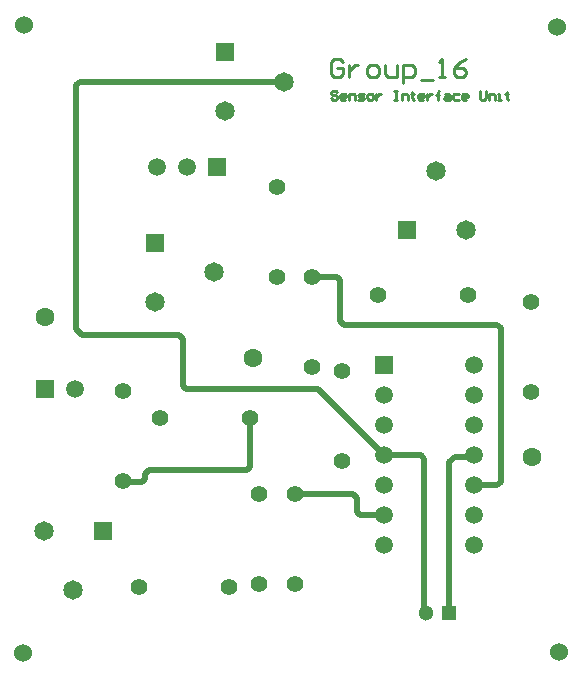
<source format=gtl>
G04*
G04 #@! TF.GenerationSoftware,Altium Limited,Altium Designer,20.2.5 (213)*
G04*
G04 Layer_Physical_Order=1*
G04 Layer_Color=255*
%FSLAX44Y44*%
%MOMM*%
G71*
G04*
G04 #@! TF.SameCoordinates,20EFB839-5586-4B36-B009-22FAA6886690*
G04*
G04*
G04 #@! TF.FilePolarity,Positive*
G04*
G01*
G75*
%ADD14C,0.2540*%
%ADD23C,1.3000*%
%ADD24R,1.3000X1.3000*%
%ADD25C,0.5080*%
%ADD26C,1.5240*%
%ADD27R,1.5000X1.5000*%
%ADD28C,1.5000*%
%ADD29R,1.6500X1.6500*%
%ADD30C,1.6500*%
%ADD31R,1.6500X1.6500*%
%ADD32C,1.4000*%
%ADD33C,1.6000*%
D14*
X294002Y521329D02*
X291462Y523868D01*
X286384D01*
X283845Y521329D01*
Y511172D01*
X286384Y508633D01*
X291462D01*
X294002Y511172D01*
Y516251D01*
X288923D01*
X299080Y518790D02*
Y508633D01*
Y513712D01*
X301619Y516251D01*
X304158Y518790D01*
X306698D01*
X316854Y508633D02*
X321933D01*
X324472Y511172D01*
Y516251D01*
X321933Y518790D01*
X316854D01*
X314315Y516251D01*
Y511172D01*
X316854Y508633D01*
X329550Y518790D02*
Y511172D01*
X332089Y508633D01*
X339707D01*
Y518790D01*
X344785Y503555D02*
Y518790D01*
X352403D01*
X354942Y516251D01*
Y511172D01*
X352403Y508633D01*
X344785D01*
X360020Y506094D02*
X370177D01*
X375255Y508633D02*
X380334D01*
X377795D01*
Y523868D01*
X375255Y521329D01*
X398108Y523868D02*
X393030Y521329D01*
X387951Y516251D01*
Y511172D01*
X390490Y508633D01*
X395569D01*
X398108Y511172D01*
Y513712D01*
X395569Y516251D01*
X387951D01*
X288948Y495933D02*
X287678Y497202D01*
X285139D01*
X283869Y495933D01*
Y494663D01*
X285139Y493394D01*
X287678D01*
X288948Y492124D01*
Y490855D01*
X287678Y489585D01*
X285139D01*
X283869Y490855D01*
X295296Y489585D02*
X292756D01*
X291487Y490855D01*
Y493394D01*
X292756Y494663D01*
X295296D01*
X296565Y493394D01*
Y492124D01*
X291487D01*
X299104Y489585D02*
Y494663D01*
X302913D01*
X304183Y493394D01*
Y489585D01*
X306722D02*
X310531D01*
X311800Y490855D01*
X310531Y492124D01*
X307991D01*
X306722Y493394D01*
X307991Y494663D01*
X311800D01*
X315609Y489585D02*
X318148D01*
X319418Y490855D01*
Y493394D01*
X318148Y494663D01*
X315609D01*
X314339Y493394D01*
Y490855D01*
X315609Y489585D01*
X321957Y494663D02*
Y489585D01*
Y492124D01*
X323227Y493394D01*
X324496Y494663D01*
X325766D01*
X337192Y497202D02*
X339731D01*
X338462D01*
Y489585D01*
X337192D01*
X339731D01*
X343540D02*
Y494663D01*
X347349D01*
X348618Y493394D01*
Y489585D01*
X352427Y495933D02*
Y494663D01*
X351157D01*
X353697D01*
X352427D01*
Y490855D01*
X353697Y489585D01*
X361314D02*
X358775D01*
X357505Y490855D01*
Y493394D01*
X358775Y494663D01*
X361314D01*
X362584Y493394D01*
Y492124D01*
X357505D01*
X365123Y494663D02*
Y489585D01*
Y492124D01*
X366393Y493394D01*
X367662Y494663D01*
X368932D01*
X374010Y489585D02*
Y495933D01*
Y493394D01*
X372741D01*
X375280D01*
X374010D01*
Y495933D01*
X375280Y497202D01*
X380358Y494663D02*
X382897D01*
X384167Y493394D01*
Y489585D01*
X380358D01*
X379088Y490855D01*
X380358Y492124D01*
X384167D01*
X391784Y494663D02*
X387976D01*
X386706Y493394D01*
Y490855D01*
X387976Y489585D01*
X391784D01*
X398132D02*
X395593D01*
X394324Y490855D01*
Y493394D01*
X395593Y494663D01*
X398132D01*
X399402Y493394D01*
Y492124D01*
X394324D01*
X409559Y497202D02*
Y490855D01*
X410828Y489585D01*
X413367D01*
X414637Y490855D01*
Y497202D01*
X417176Y489585D02*
Y494663D01*
X420985D01*
X422254Y493394D01*
Y489585D01*
X424794D02*
X427333D01*
X426063D01*
Y494663D01*
X424794D01*
X432411Y495933D02*
Y494663D01*
X431142D01*
X433681D01*
X432411D01*
Y490855D01*
X433681Y489585D01*
D23*
X364015Y55245D02*
D03*
D24*
X384015D02*
D03*
D25*
X126365Y168711D02*
Y172919D01*
X107315Y167005D02*
X108585Y165735D01*
X123389D01*
X126365Y168711D01*
X129341Y175895D02*
X212289D01*
X126365Y172919D02*
X129341Y175895D01*
X215265Y178871D02*
Y220345D01*
X212289Y175895D02*
X215265Y178871D01*
X67945Y295275D02*
Y501849D01*
X70921Y504825D02*
X244075D01*
X67945Y501849D02*
X70921Y504825D01*
X67945Y295275D02*
X73025Y290195D01*
X158115Y247451D02*
Y287219D01*
X155139Y290195D02*
X158115Y287219D01*
X73025Y290195D02*
X155139D01*
X161091Y244475D02*
X272415D01*
X158115Y247451D02*
X161091Y244475D01*
X272415D02*
X328295Y188595D01*
X305435Y140771D02*
Y152599D01*
X308411Y137795D02*
X328295D01*
X305435Y140771D02*
X308411Y137795D01*
X253365Y155575D02*
X302459D01*
X305435Y152599D01*
X388421Y187325D02*
X403225D01*
X384015Y55245D02*
Y182919D01*
X388421Y187325D01*
X403225D02*
X404495Y188595D01*
X291465Y302061D02*
Y336749D01*
X267335Y339725D02*
X288489D01*
X291465Y336749D01*
X294441Y299085D02*
X424379D01*
X291465Y302061D02*
X294441Y299085D01*
X427355Y166171D02*
Y296109D01*
X424379Y299085D02*
X427355Y296109D01*
X404495Y163195D02*
X424379D01*
X427355Y166171D01*
X362585Y56675D02*
Y185619D01*
X328295Y188595D02*
X359609D01*
X362585Y185619D01*
Y56675D02*
X364015Y55245D01*
X382905Y56355D02*
X384015Y55245D01*
X222885Y79375D02*
X224155Y80645D01*
D26*
X475313Y550850D02*
D03*
X23481Y552705D02*
D03*
X22809Y21265D02*
D03*
X476362Y21920D02*
D03*
D27*
X328295Y264795D02*
D03*
X41275Y244475D02*
D03*
X187325Y432435D02*
D03*
D28*
X328295Y239395D02*
D03*
Y213995D02*
D03*
Y188595D02*
D03*
Y163195D02*
D03*
Y137795D02*
D03*
Y112395D02*
D03*
X404495Y264795D02*
D03*
Y239395D02*
D03*
Y213995D02*
D03*
Y188595D02*
D03*
Y163195D02*
D03*
Y137795D02*
D03*
Y112395D02*
D03*
X66675Y244475D02*
D03*
X161925Y432435D02*
D03*
X136525D02*
D03*
D29*
X347745Y379495D02*
D03*
X90405Y124695D02*
D03*
D30*
X372745Y429495D02*
D03*
X397745Y379495D02*
D03*
X65405Y74695D02*
D03*
X40405Y124695D02*
D03*
X244075Y504825D02*
D03*
X194075Y479825D02*
D03*
X184385Y343535D02*
D03*
X134385Y318535D02*
D03*
D31*
X194075Y529825D02*
D03*
X134385Y368535D02*
D03*
D32*
X452755Y241935D02*
D03*
Y318135D02*
D03*
X292735Y259715D02*
D03*
Y183515D02*
D03*
X399415Y324485D02*
D03*
X323215D02*
D03*
X107315Y243205D02*
D03*
Y167005D02*
D03*
X238125Y339725D02*
D03*
Y415925D02*
D03*
X267335Y263525D02*
D03*
Y339725D02*
D03*
X253365Y79375D02*
D03*
Y155575D02*
D03*
X222885D02*
D03*
Y79375D02*
D03*
X197485Y76835D02*
D03*
X121285D02*
D03*
X215265Y220345D02*
D03*
X139065D02*
D03*
D33*
X454025Y187325D02*
D03*
X41275Y305435D02*
D03*
X217805Y271145D02*
D03*
M02*

</source>
